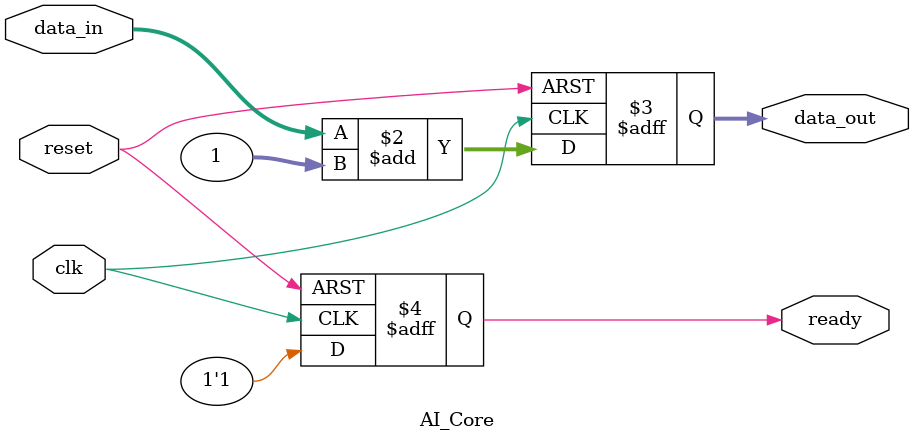
<source format=sv>
module AI_Core #(
    parameter DATA_WIDTH = 32
) (
    input  logic                  clk,
    input  logic                  reset,
    input  logic [DATA_WIDTH-1:0] data_in,
    output logic [DATA_WIDTH-1:0] data_out,
    output logic                  ready
);

    // Example processing logic
    always_ff @(posedge clk or posedge reset) begin
        if (reset) begin
            data_out <= '0;
            ready    <= 1'b0;
        end else begin
            data_out <= data_in + 1; // Example operation
            ready    <= 1'b1;
        end
    end

endmodule
</source>
